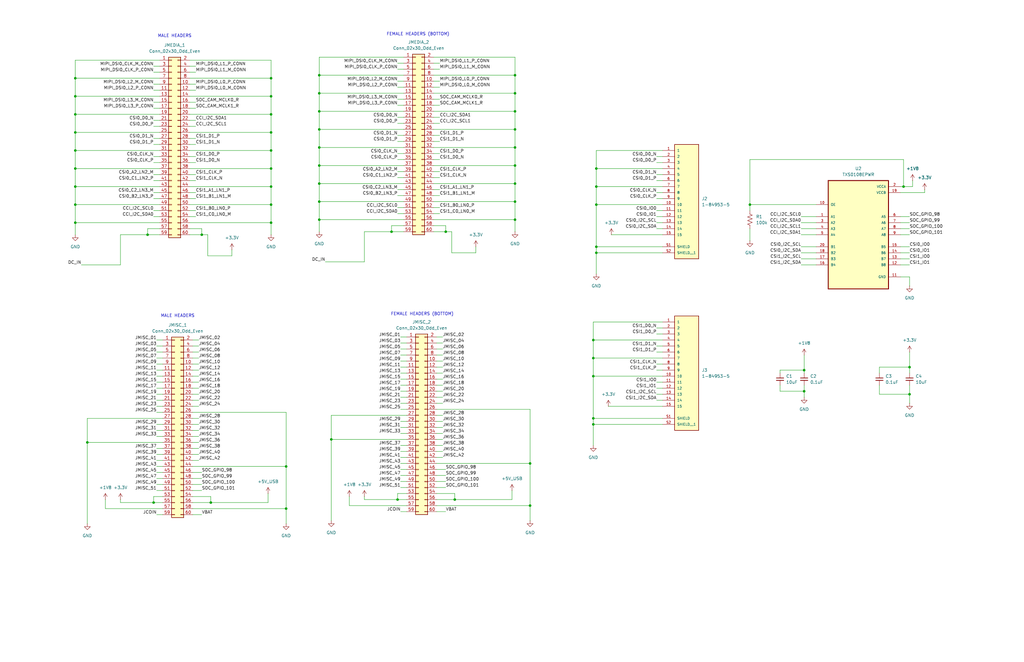
<source format=kicad_sch>
(kicad_sch (version 20250114) (generator "eeschema") (generator_version "9.0")
  (paper "B")
  (title_block (title "CAMERA BOARD FOR UNO Q") (rev "0"))
  (text "MALE HEADERS" (at 74.93 133.35 0) (effects (font (size 1.27 1.27))))
  (text "FEMALE HEADERS (BOTTOM)" (at 176.276 14.478 0) (effects (font (size 1.27 1.27))))
  (text "FEMALE HEADERS (BOTTOM)" (at 178.054 132.588 0) (effects (font (size 1.27 1.27))))
  (text "MALE HEADERS" (at 73.66 15.24 0) (effects (font (size 1.27 1.27))))
  (junction (at 339.09 165.1))
  (junction (at 223.52 213.36))
  (junction (at 217.17 54.61))
  (junction (at 217.17 31.75))
  (junction (at 134.62 92.71))
  (junction (at 31.75 78.74))
  (junction (at 217.17 62.23))
  (junction (at 120.65 196.85))
  (junction (at 250.19 158.75))
  (junction (at 134.62 46.99))
  (junction (at 114.3 71.12))
  (junction (at 31.75 71.12))
  (junction (at 114.3 86.36))
  (junction (at 31.75 40.64))
  (junction (at 134.62 39.37))
  (junction (at 134.62 85.09))
  (junction (at 217.17 46.99))
  (junction (at 31.75 63.5))
  (junction (at 251.46 86.36))
  (junction (at 31.75 48.26))
  (junction (at 31.75 33.02))
  (junction (at 250.19 143.51))
  (junction (at 31.75 55.88))
  (junction (at 64.77 212.09))
  (junction (at 250.19 179.07))
  (junction (at 114.3 48.26))
  (junction (at 114.3 78.74))
  (junction (at 251.46 71.12))
  (junction (at 250.19 176.53))
  (junction (at 217.17 85.09))
  (junction (at 191.77 210.82))
  (junction (at 134.62 31.75))
  (junction (at 187.96 97.79))
  (junction (at 120.65 214.63))
  (junction (at 139.7 185.42))
  (junction (at 316.23 86.36))
  (junction (at 88.9 212.09))
  (junction (at 250.19 151.13))
  (junction (at 165.1 97.79))
  (junction (at 223.52 195.58))
  (junction (at 381 78.74))
  (junction (at 114.3 33.02))
  (junction (at 62.23 99.06))
  (junction (at 251.46 106.68))
  (junction (at 217.17 77.47))
  (junction (at 134.62 69.85))
  (junction (at 167.64 210.82))
  (junction (at 114.3 63.5))
  (junction (at 114.3 40.64))
  (junction (at 217.17 69.85))
  (junction (at 217.17 92.71))
  (junction (at 85.09 99.06))
  (junction (at 31.75 93.98))
  (junction (at 36.83 186.69))
  (junction (at 217.17 39.37))
  (junction (at 134.62 54.61))
  (junction (at 134.62 77.47))
  (junction (at 339.09 156.21))
  (junction (at 114.3 93.98))
  (junction (at 251.46 104.14))
  (junction (at 251.46 78.74))
  (junction (at 114.3 55.88))
  (junction (at 383.54 166.37))
  (junction (at 31.75 86.36))
  (junction (at 134.62 62.23))
  (junction (at 383.54 154.94))
  (wire (pts (xy 251.46 106.68) (xy 279.4 106.68)))
  (wire (pts (xy 379.73 104.14) (xy 383.54 104.14)))
  (wire (pts (xy 139.7 185.42) (xy 139.7 219.71)))
  (wire (pts (xy 182.88 85.09) (xy 217.17 85.09)))
  (wire (pts (xy 81.28 168.91) (xy 83.82 168.91)))
  (wire (pts (xy 64.77 212.09) (xy 50.8 212.09)))
  (wire (pts (xy 182.88 69.85) (xy 217.17 69.85)))
  (wire (pts (xy 250.19 143.51) (xy 250.19 151.13)))
  (wire (pts (xy 217.17 85.09) (xy 217.17 92.71)))
  (wire (pts (xy 134.62 46.99) (xy 170.18 46.99)))
  (wire (pts (xy 114.3 25.4) (xy 114.3 33.02)))
  (wire (pts (xy 80.01 48.26) (xy 114.3 48.26)))
  (wire (pts (xy 80.01 96.52) (xy 85.09 96.52)))
  (wire (pts (xy 66.04 151.13) (xy 68.58 151.13)))
  (wire (pts (xy 168.91 172.72) (xy 171.45 172.72)))
  (wire (pts (xy 64.77 53.34) (xy 67.31 53.34)))
  (wire (pts (xy 316.23 86.36) (xy 316.23 88.9)))
  (wire (pts (xy 80.01 45.72) (xy 82.55 45.72)))
  (wire (pts (xy 31.75 63.5) (xy 67.31 63.5)))
  (wire (pts (xy 182.88 62.23) (xy 217.17 62.23)))
  (wire (pts (xy 114.3 93.98) (xy 114.3 99.06)))
  (wire (pts (xy 167.64 74.93) (xy 170.18 74.93)))
  (wire (pts (xy 250.19 179.07) (xy 279.4 179.07)))
  (wire (pts (xy 80.01 86.36) (xy 114.3 86.36)))
  (wire (pts (xy 182.88 92.71) (xy 217.17 92.71)))
  (wire (pts (xy 66.04 143.51) (xy 68.58 143.51)))
  (wire (pts (xy 184.15 187.96) (xy 186.69 187.96)))
  (wire (pts (xy 81.28 184.15) (xy 83.82 184.15)))
  (wire (pts (xy 134.62 77.47) (xy 170.18 77.47)))
  (wire (pts (xy 190.5 97.79) (xy 190.5 106.68)))
  (wire (pts (xy 66.04 168.91) (xy 68.58 168.91)))
  (wire (pts (xy 66.04 173.99) (xy 68.58 173.99)))
  (wire (pts (xy 50.8 99.06) (xy 50.8 111.76)))
  (wire (pts (xy 184.15 205.74) (xy 187.96 205.74)))
  (wire (pts (xy 80.01 83.82) (xy 82.55 83.82)))
  (wire (pts (xy 64.77 30.48) (xy 67.31 30.48)))
  (wire (pts (xy 64.77 81.28) (xy 67.31 81.28)))
  (wire (pts (xy 187.96 95.25) (xy 187.96 97.79)))
  (wire (pts (xy 34.29 111.76) (xy 50.8 111.76)))
  (wire (pts (xy 182.88 46.99) (xy 217.17 46.99)))
  (wire (pts (xy 167.64 208.28) (xy 167.64 210.82)))
  (wire (pts (xy 114.3 63.5) (xy 114.3 71.12)))
  (wire (pts (xy 251.46 104.14) (xy 251.46 106.68)))
  (wire (pts (xy 80.01 93.98) (xy 114.3 93.98)))
  (wire (pts (xy 66.04 217.17) (xy 68.58 217.17)))
  (wire (pts (xy 81.28 204.47) (xy 85.09 204.47)))
  (wire (pts (xy 66.04 201.93) (xy 68.58 201.93)))
  (wire (pts (xy 182.88 26.67) (xy 185.42 26.67)))
  (wire (pts (xy 182.88 59.69) (xy 185.42 59.69)))
  (wire (pts (xy 184.15 203.2) (xy 187.96 203.2)))
  (wire (pts (xy 383.54 154.94) (xy 383.54 157.48)))
  (wire (pts (xy 80.01 53.34) (xy 82.55 53.34)))
  (wire (pts (xy 170.18 95.25) (xy 165.1 95.25)))
  (wire (pts (xy 184.15 182.88) (xy 186.69 182.88)))
  (wire (pts (xy 167.64 44.45) (xy 170.18 44.45)))
  (wire (pts (xy 379.73 106.68) (xy 383.54 106.68)))
  (wire (pts (xy 81.28 148.59) (xy 83.82 148.59)))
  (wire (pts (xy 337.82 109.22) (xy 344.17 109.22)))
  (wire (pts (xy 168.91 187.96) (xy 171.45 187.96)))
  (wire (pts (xy 168.91 177.8) (xy 171.45 177.8)))
  (wire (pts (xy 88.9 209.55) (xy 88.9 212.09)))
  (wire (pts (xy 276.86 83.82) (xy 279.4 83.82)))
  (wire (pts (xy 184.15 170.18) (xy 186.69 170.18)))
  (wire (pts (xy 134.62 54.61) (xy 134.62 62.23)))
  (wire (pts (xy 31.75 55.88) (xy 67.31 55.88)))
  (wire (pts (xy 81.28 176.53) (xy 83.82 176.53)))
  (wire (pts (xy 153.67 97.79) (xy 153.67 110.49)))
  (wire (pts (xy 168.91 203.2) (xy 171.45 203.2)))
  (wire (pts (xy 184.15 215.9) (xy 187.96 215.9)))
  (wire (pts (xy 81.28 171.45) (xy 83.82 171.45)))
  (wire (pts (xy 184.15 147.32) (xy 186.69 147.32)))
  (wire (pts (xy 80.01 76.2) (xy 82.55 76.2)))
  (wire (pts (xy 276.86 163.83) (xy 279.4 163.83)))
  (wire (pts (xy 167.64 34.29) (xy 170.18 34.29)))
  (wire (pts (xy 31.75 78.74) (xy 67.31 78.74)))
  (wire (pts (xy 134.62 69.85) (xy 134.62 77.47)))
  (wire (pts (xy 85.09 99.06) (xy 87.63 99.06)))
  (wire (pts (xy 182.88 54.61) (xy 217.17 54.61)))
  (wire (pts (xy 64.77 66.04) (xy 67.31 66.04)))
  (wire (pts (xy 276.86 153.67) (xy 279.4 153.67)))
  (wire (pts (xy 184.15 167.64) (xy 186.69 167.64)))
  (wire (pts (xy 251.46 78.74) (xy 279.4 78.74)))
  (wire (pts (xy 134.62 54.61) (xy 170.18 54.61)))
  (wire (pts (xy 165.1 97.79) (xy 153.67 97.79)))
  (wire (pts (xy 316.23 96.52) (xy 316.23 101.6)))
  (wire (pts (xy 182.88 97.79) (xy 187.96 97.79)))
  (wire (pts (xy 36.83 176.53) (xy 36.83 186.69)))
  (wire (pts (xy 120.65 214.63) (xy 120.65 220.98)))
  (wire (pts (xy 182.88 82.55) (xy 185.42 82.55)))
  (wire (pts (xy 68.58 212.09) (xy 64.77 212.09)))
  (wire (pts (xy 170.18 97.79) (xy 165.1 97.79)))
  (wire (pts (xy 64.77 76.2) (xy 67.31 76.2)))
  (wire (pts (xy 114.3 86.36) (xy 114.3 93.98)))
  (wire (pts (xy 31.75 33.02) (xy 31.75 40.64)))
  (wire (pts (xy 339.09 165.1) (xy 339.09 167.64)))
  (wire (pts (xy 80.01 38.1) (xy 82.55 38.1)))
  (wire (pts (xy 134.62 85.09) (xy 134.62 92.71)))
  (wire (pts (xy 184.15 190.5) (xy 186.69 190.5)))
  (wire (pts (xy 250.19 176.53) (xy 279.4 176.53)))
  (wire (pts (xy 217.17 92.71) (xy 217.17 97.79)))
  (wire (pts (xy 223.52 195.58) (xy 223.52 213.36)))
  (wire (pts (xy 217.17 31.75) (xy 217.17 39.37)))
  (wire (pts (xy 167.64 82.55) (xy 170.18 82.55)))
  (wire (pts (xy 168.91 167.64) (xy 171.45 167.64)))
  (wire (pts (xy 184.15 185.42) (xy 186.69 185.42)))
  (wire (pts (xy 250.19 158.75) (xy 279.4 158.75)))
  (wire (pts (xy 337.82 106.68) (xy 344.17 106.68)))
  (wire (pts (xy 134.62 31.75) (xy 134.62 39.37)))
  (wire (pts (xy 276.86 166.37) (xy 279.4 166.37)))
  (wire (pts (xy 182.88 36.83) (xy 185.42 36.83)))
  (wire (pts (xy 167.64 80.01) (xy 170.18 80.01)))
  (wire (pts (xy 31.75 71.12) (xy 67.31 71.12)))
  (wire (pts (xy 31.75 78.74) (xy 31.75 86.36)))
  (wire (pts (xy 81.28 209.55) (xy 88.9 209.55)))
  (wire (pts (xy 134.62 46.99) (xy 134.62 54.61)))
  (wire (pts (xy 182.88 41.91) (xy 185.42 41.91)))
  (wire (pts (xy 120.65 173.99) (xy 120.65 196.85)))
  (wire (pts (xy 31.75 63.5) (xy 31.75 71.12)))
  (wire (pts (xy 167.64 67.31) (xy 170.18 67.31)))
  (wire (pts (xy 44.45 214.63) (xy 44.45 210.82)))
  (wire (pts (xy 168.91 193.04) (xy 171.45 193.04)))
  (wire (pts (xy 147.32 213.36) (xy 147.32 209.55)))
  (wire (pts (xy 134.62 77.47) (xy 134.62 85.09)))
  (wire (pts (xy 316.23 86.36) (xy 344.17 86.36)))
  (wire (pts (xy 80.01 66.04) (xy 82.55 66.04)))
  (wire (pts (xy 339.09 156.21) (xy 328.93 156.21)))
  (wire (pts (xy 64.77 27.94) (xy 67.31 27.94)))
  (wire (pts (xy 64.77 50.8) (xy 67.31 50.8)))
  (wire (pts (xy 66.04 207.01) (xy 68.58 207.01)))
  (wire (pts (xy 276.86 146.05) (xy 279.4 146.05)))
  (wire (pts (xy 276.86 81.28) (xy 279.4 81.28)))
  (wire (pts (xy 81.28 191.77) (xy 83.82 191.77)))
  (wire (pts (xy 251.46 86.36) (xy 279.4 86.36)))
  (wire (pts (xy 337.82 96.52) (xy 344.17 96.52)))
  (wire (pts (xy 187.96 97.79) (xy 190.5 97.79)))
  (wire (pts (xy 370.84 162.56) (xy 370.84 166.37)))
  (wire (pts (xy 184.15 180.34) (xy 186.69 180.34)))
  (wire (pts (xy 167.64 29.21) (xy 170.18 29.21)))
  (wire (pts (xy 184.15 157.48) (xy 186.69 157.48)))
  (wire (pts (xy 250.19 158.75) (xy 250.19 176.53)))
  (wire (pts (xy 316.23 86.36) (xy 316.23 67.31)))
  (wire (pts (xy 171.45 175.26) (xy 139.7 175.26)))
  (wire (pts (xy 383.54 148.59) (xy 383.54 154.94)))
  (wire (pts (xy 168.91 160.02) (xy 171.45 160.02)))
  (wire (pts (xy 182.88 67.31) (xy 185.42 67.31)))
  (wire (pts (xy 64.77 45.72) (xy 67.31 45.72)))
  (wire (pts (xy 31.75 40.64) (xy 31.75 48.26)))
  (wire (pts (xy 31.75 55.88) (xy 31.75 63.5)))
  (wire (pts (xy 87.63 99.06) (xy 87.63 107.95)))
  (wire (pts (xy 276.86 140.97) (xy 279.4 140.97)))
  (wire (pts (xy 80.01 78.74) (xy 114.3 78.74)))
  (wire (pts (xy 184.15 213.36) (xy 223.52 213.36)))
  (wire (pts (xy 276.86 168.91) (xy 279.4 168.91)))
  (wire (pts (xy 370.84 166.37) (xy 383.54 166.37)))
  (wire (pts (xy 64.77 60.96) (xy 67.31 60.96)))
  (wire (pts (xy 81.28 158.75) (xy 83.82 158.75)))
  (wire (pts (xy 62.23 96.52) (xy 62.23 99.06)))
  (wire (pts (xy 64.77 73.66) (xy 67.31 73.66)))
  (wire (pts (xy 182.88 72.39) (xy 185.42 72.39)))
  (wire (pts (xy 44.45 214.63) (xy 68.58 214.63)))
  (wire (pts (xy 66.04 163.83) (xy 68.58 163.83)))
  (wire (pts (xy 168.91 162.56) (xy 171.45 162.56)))
  (wire (pts (xy 80.01 73.66) (xy 82.55 73.66)))
  (wire (pts (xy 80.01 91.44) (xy 82.55 91.44)))
  (wire (pts (xy 147.32 213.36) (xy 171.45 213.36)))
  (wire (pts (xy 168.91 215.9) (xy 171.45 215.9)))
  (wire (pts (xy 134.62 92.71) (xy 170.18 92.71)))
  (wire (pts (xy 168.91 142.24) (xy 171.45 142.24)))
  (wire (pts (xy 276.86 88.9) (xy 279.4 88.9)))
  (wire (pts (xy 97.79 107.95) (xy 97.79 105.41)))
  (wire (pts (xy 379.73 99.06) (xy 383.54 99.06)))
  (wire (pts (xy 66.04 161.29) (xy 68.58 161.29)))
  (wire (pts (xy 184.15 208.28) (xy 191.77 208.28)))
  (wire (pts (xy 81.28 199.39) (xy 85.09 199.39)))
  (wire (pts (xy 80.01 68.58) (xy 82.55 68.58)))
  (wire (pts (xy 114.3 55.88) (xy 114.3 63.5)))
  (wire (pts (xy 66.04 181.61) (xy 68.58 181.61)))
  (wire (pts (xy 66.04 148.59) (xy 68.58 148.59)))
  (wire (pts (xy 81.28 161.29) (xy 83.82 161.29)))
  (wire (pts (xy 328.93 162.56) (xy 328.93 165.1)))
  (wire (pts (xy 182.88 95.25) (xy 187.96 95.25)))
  (wire (pts (xy 134.62 39.37) (xy 134.62 46.99)))
  (wire (pts (xy 184.15 177.8) (xy 186.69 177.8)))
  (wire (pts (xy 88.9 212.09) (xy 113.03 212.09)))
  (wire (pts (xy 182.88 29.21) (xy 185.42 29.21)))
  (wire (pts (xy 120.65 196.85) (xy 120.65 214.63)))
  (wire (pts (xy 184.15 193.04) (xy 186.69 193.04)))
  (wire (pts (xy 81.28 196.85) (xy 120.65 196.85)))
  (wire (pts (xy 184.15 162.56) (xy 186.69 162.56)))
  (wire (pts (xy 339.09 149.86) (xy 339.09 156.21)))
  (wire (pts (xy 184.15 144.78) (xy 186.69 144.78)))
  (wire (pts (xy 191.77 210.82) (xy 215.9 210.82)))
  (wire (pts (xy 167.64 59.69) (xy 170.18 59.69)))
  (wire (pts (xy 250.19 143.51) (xy 279.4 143.51)))
  (wire (pts (xy 217.17 46.99) (xy 217.17 54.61)))
  (wire (pts (xy 171.45 208.28) (xy 167.64 208.28)))
  (wire (pts (xy 379.73 93.98) (xy 383.54 93.98)))
  (wire (pts (xy 31.75 33.02) (xy 67.31 33.02)))
  (wire (pts (xy 168.91 170.18) (xy 171.45 170.18)))
  (wire (pts (xy 80.01 25.4) (xy 114.3 25.4)))
  (wire (pts (xy 370.84 157.48) (xy 370.84 154.94)))
  (wire (pts (xy 31.75 86.36) (xy 67.31 86.36)))
  (wire (pts (xy 81.28 156.21) (xy 83.82 156.21)))
  (wire (pts (xy 66.04 194.31) (xy 68.58 194.31)))
  (wire (pts (xy 171.45 210.82) (xy 167.64 210.82)))
  (wire (pts (xy 250.19 151.13) (xy 279.4 151.13)))
  (wire (pts (xy 67.31 25.4) (xy 31.75 25.4)))
  (wire (pts (xy 379.73 91.44) (xy 383.54 91.44)))
  (wire (pts (xy 276.86 161.29) (xy 279.4 161.29)))
  (wire (pts (xy 67.31 99.06) (xy 62.23 99.06)))
  (wire (pts (xy 134.62 85.09) (xy 170.18 85.09)))
  (wire (pts (xy 113.03 212.09) (xy 113.03 208.28)))
  (wire (pts (xy 167.64 87.63) (xy 170.18 87.63)))
  (wire (pts (xy 251.46 86.36) (xy 251.46 104.14)))
  (wire (pts (xy 81.28 189.23) (xy 83.82 189.23)))
  (wire (pts (xy 217.17 62.23) (xy 217.17 69.85)))
  (wire (pts (xy 167.64 52.07) (xy 170.18 52.07)))
  (wire (pts (xy 379.73 111.76) (xy 383.54 111.76)))
  (wire (pts (xy 167.64 210.82) (xy 153.67 210.82)))
  (wire (pts (xy 276.86 66.04) (xy 279.4 66.04)))
  (wire (pts (xy 217.17 39.37) (xy 217.17 46.99)))
  (wire (pts (xy 184.15 200.66) (xy 187.96 200.66)))
  (wire (pts (xy 250.19 151.13) (xy 250.19 158.75)))
  (wire (pts (xy 339.09 162.56) (xy 339.09 165.1)))
  (wire (pts (xy 81.28 212.09) (xy 88.9 212.09)))
  (wire (pts (xy 182.88 80.01) (xy 185.42 80.01)))
  (wire (pts (xy 184.15 210.82) (xy 191.77 210.82)))
  (wire (pts (xy 379.73 96.52) (xy 383.54 96.52)))
  (wire (pts (xy 168.91 154.94) (xy 171.45 154.94)))
  (wire (pts (xy 383.54 166.37) (xy 383.54 170.18)))
  (wire (pts (xy 80.01 30.48) (xy 82.55 30.48)))
  (wire (pts (xy 64.77 83.82) (xy 67.31 83.82)))
  (wire (pts (xy 182.88 77.47) (xy 217.17 77.47)))
  (wire (pts (xy 81.28 166.37) (xy 83.82 166.37)))
  (wire (pts (xy 381 67.31) (xy 381 78.74)))
  (wire (pts (xy 337.82 93.98) (xy 344.17 93.98)))
  (wire (pts (xy 251.46 71.12) (xy 279.4 71.12)))
  (wire (pts (xy 80.01 50.8) (xy 82.55 50.8)))
  (wire (pts (xy 276.86 156.21) (xy 279.4 156.21)))
  (wire (pts (xy 184.15 195.58) (xy 223.52 195.58)))
  (wire (pts (xy 31.75 86.36) (xy 31.75 93.98)))
  (wire (pts (xy 184.15 149.86) (xy 186.69 149.86)))
  (wire (pts (xy 184.15 172.72) (xy 223.52 172.72)))
  (wire (pts (xy 215.9 210.82) (xy 215.9 207.01)))
  (wire (pts (xy 167.64 90.17) (xy 170.18 90.17)))
  (wire (pts (xy 81.28 214.63) (xy 120.65 214.63)))
  (wire (pts (xy 167.64 26.67) (xy 170.18 26.67)))
  (wire (pts (xy 66.04 153.67) (xy 68.58 153.67)))
  (wire (pts (xy 182.88 44.45) (xy 185.42 44.45)))
  (wire (pts (xy 139.7 185.42) (xy 171.45 185.42)))
  (wire (pts (xy 64.77 91.44) (xy 67.31 91.44)))
  (wire (pts (xy 168.91 180.34) (xy 171.45 180.34)))
  (wire (pts (xy 168.91 144.78) (xy 171.45 144.78)))
  (wire (pts (xy 276.86 76.2) (xy 279.4 76.2)))
  (wire (pts (xy 167.64 36.83) (xy 170.18 36.83)))
  (wire (pts (xy 36.83 186.69) (xy 68.58 186.69)))
  (wire (pts (xy 251.46 63.5) (xy 251.46 71.12)))
  (wire (pts (xy 182.88 74.93) (xy 185.42 74.93)))
  (wire (pts (xy 31.75 48.26) (xy 67.31 48.26)))
  (wire (pts (xy 64.77 209.55) (xy 64.77 212.09)))
  (wire (pts (xy 81.28 179.07) (xy 83.82 179.07)))
  (wire (pts (xy 182.88 87.63) (xy 185.42 87.63)))
  (wire (pts (xy 167.64 57.15) (xy 170.18 57.15)))
  (wire (pts (xy 81.28 151.13) (xy 83.82 151.13)))
  (wire (pts (xy 168.91 200.66) (xy 171.45 200.66)))
  (wire (pts (xy 328.93 156.21) (xy 328.93 157.48)))
  (wire (pts (xy 337.82 99.06) (xy 344.17 99.06)))
  (wire (pts (xy 81.28 173.99) (xy 120.65 173.99)))
  (wire (pts (xy 168.91 149.86) (xy 171.45 149.86)))
  (wire (pts (xy 66.04 171.45) (xy 68.58 171.45)))
  (wire (pts (xy 81.28 201.93) (xy 85.09 201.93)))
  (wire (pts (xy 256.54 171.45) (xy 279.4 171.45)))
  (wire (pts (xy 184.15 152.4) (xy 186.69 152.4)))
  (wire (pts (xy 168.91 165.1) (xy 171.45 165.1)))
  (wire (pts (xy 182.88 39.37) (xy 217.17 39.37)))
  (wire (pts (xy 134.62 24.13) (xy 134.62 31.75)))
  (wire (pts (xy 31.75 25.4) (xy 31.75 33.02)))
  (wire (pts (xy 168.91 205.74) (xy 171.45 205.74)))
  (wire (pts (xy 184.15 165.1) (xy 186.69 165.1)))
  (wire (pts (xy 250.19 135.89) (xy 250.19 143.51)))
  (wire (pts (xy 80.01 33.02) (xy 114.3 33.02)))
  (wire (pts (xy 81.28 207.01) (xy 85.09 207.01)))
  (wire (pts (xy 182.88 49.53) (xy 185.42 49.53)))
  (wire (pts (xy 67.31 96.52) (xy 62.23 96.52)))
  (wire (pts (xy 134.62 62.23) (xy 170.18 62.23)))
  (wire (pts (xy 80.01 43.18) (xy 82.55 43.18)))
  (wire (pts (xy 182.88 57.15) (xy 185.42 57.15)))
  (wire (pts (xy 168.91 157.48) (xy 171.45 157.48)))
  (wire (pts (xy 370.84 154.94) (xy 383.54 154.94)))
  (wire (pts (xy 66.04 196.85) (xy 68.58 196.85)))
  (wire (pts (xy 64.77 88.9) (xy 67.31 88.9)))
  (wire (pts (xy 66.04 189.23) (xy 68.58 189.23)))
  (wire (pts (xy 81.28 153.67) (xy 83.82 153.67)))
  (wire (pts (xy 182.88 64.77) (xy 185.42 64.77)))
  (wire (pts (xy 81.28 146.05) (xy 83.82 146.05)))
  (wire (pts (xy 80.01 58.42) (xy 82.55 58.42)))
  (wire (pts (xy 62.23 99.06) (xy 50.8 99.06)))
  (wire (pts (xy 80.01 63.5) (xy 114.3 63.5)))
  (wire (pts (xy 167.64 72.39) (xy 170.18 72.39)))
  (wire (pts (xy 276.86 96.52) (xy 279.4 96.52)))
  (wire (pts (xy 276.86 68.58) (xy 279.4 68.58)))
  (wire (pts (xy 165.1 95.25) (xy 165.1 97.79)))
  (wire (pts (xy 217.17 24.13) (xy 217.17 31.75)))
  (wire (pts (xy 66.04 199.39) (xy 68.58 199.39)))
  (wire (pts (xy 66.04 204.47) (xy 68.58 204.47)))
  (wire (pts (xy 66.04 179.07) (xy 68.58 179.07)))
  (wire (pts (xy 64.77 38.1) (xy 67.31 38.1)))
  (wire (pts (xy 80.01 81.28) (xy 82.55 81.28)))
  (wire (pts (xy 250.19 176.53) (xy 250.19 179.07)))
  (wire (pts (xy 64.77 68.58) (xy 67.31 68.58)))
  (wire (pts (xy 139.7 175.26) (xy 139.7 185.42)))
  (wire (pts (xy 223.52 213.36) (xy 223.52 219.71)))
  (wire (pts (xy 379.73 78.74) (xy 381 78.74)))
  (wire (pts (xy 31.75 71.12) (xy 31.75 78.74)))
  (wire (pts (xy 66.04 184.15) (xy 68.58 184.15)))
  (wire (pts (xy 81.28 194.31) (xy 83.82 194.31)))
  (wire (pts (xy 182.88 90.17) (xy 185.42 90.17)))
  (wire (pts (xy 182.88 31.75) (xy 217.17 31.75)))
  (wire (pts (xy 217.17 77.47) (xy 217.17 85.09)))
  (wire (pts (xy 87.63 107.95) (xy 97.79 107.95)))
  (wire (pts (xy 64.77 43.18) (xy 67.31 43.18)))
  (wire (pts (xy 168.91 152.4) (xy 171.45 152.4)))
  (wire (pts (xy 168.91 195.58) (xy 171.45 195.58)))
  (wire (pts (xy 80.01 55.88) (xy 114.3 55.88)))
  (wire (pts (xy 134.62 69.85) (xy 170.18 69.85)))
  (wire (pts (xy 81.28 181.61) (xy 83.82 181.61)))
  (wire (pts (xy 276.86 148.59) (xy 279.4 148.59)))
  (wire (pts (xy 66.04 166.37) (xy 68.58 166.37)))
  (wire (pts (xy 276.86 138.43) (xy 279.4 138.43)))
  (wire (pts (xy 383.54 162.56) (xy 383.54 166.37)))
  (wire (pts (xy 36.83 186.69) (xy 36.83 220.98)))
  (wire (pts (xy 168.91 182.88) (xy 171.45 182.88)))
  (wire (pts (xy 114.3 48.26) (xy 114.3 55.88)))
  (wire (pts (xy 81.28 186.69) (xy 83.82 186.69)))
  (wire (pts (xy 279.4 63.5) (xy 251.46 63.5)))
  (wire (pts (xy 191.77 208.28) (xy 191.77 210.82)))
  (wire (pts (xy 64.77 35.56) (xy 67.31 35.56)))
  (wire (pts (xy 251.46 104.14) (xy 279.4 104.14)))
  (wire (pts (xy 184.15 142.24) (xy 186.69 142.24)))
  (wire (pts (xy 250.19 179.07) (xy 250.19 187.96)))
  (wire (pts (xy 153.67 209.55) (xy 153.67 210.82)))
  (wire (pts (xy 31.75 93.98) (xy 67.31 93.98)))
  (wire (pts (xy 114.3 78.74) (xy 114.3 86.36)))
  (wire (pts (xy 134.62 31.75) (xy 170.18 31.75)))
  (wire (pts (xy 182.88 34.29) (xy 185.42 34.29)))
  (wire (pts (xy 251.46 71.12) (xy 251.46 78.74)))
  (wire (pts (xy 217.17 69.85) (xy 217.17 77.47)))
  (wire (pts (xy 80.01 35.56) (xy 82.55 35.56)))
  (wire (pts (xy 167.64 41.91) (xy 170.18 41.91)))
  (wire (pts (xy 337.82 104.14) (xy 344.17 104.14)))
  (wire (pts (xy 80.01 60.96) (xy 82.55 60.96)))
  (wire (pts (xy 276.86 73.66) (xy 279.4 73.66)))
  (wire (pts (xy 339.09 156.21) (xy 339.09 157.48)))
  (wire (pts (xy 182.88 52.07) (xy 185.42 52.07)))
  (wire (pts (xy 68.58 176.53) (xy 36.83 176.53)))
  (wire (pts (xy 114.3 40.64) (xy 114.3 48.26)))
  (wire (pts (xy 66.04 158.75) (xy 68.58 158.75)))
  (wire (pts (xy 80.01 40.64) (xy 114.3 40.64)))
  (wire (pts (xy 276.86 93.98) (xy 279.4 93.98)))
  (wire (pts (xy 251.46 78.74) (xy 251.46 86.36)))
  (wire (pts (xy 167.64 64.77) (xy 170.18 64.77)))
  (wire (pts (xy 389.89 81.28) (xy 389.89 80.01)))
  (wire (pts (xy 200.66 106.68) (xy 200.66 104.14)))
  (wire (pts (xy 337.82 91.44) (xy 344.17 91.44)))
  (wire (pts (xy 81.28 143.51) (xy 83.82 143.51)))
  (wire (pts (xy 279.4 135.89) (xy 250.19 135.89)))
  (wire (pts (xy 170.18 24.13) (xy 134.62 24.13)))
  (wire (pts (xy 316.23 67.31) (xy 381 67.31)))
  (wire (pts (xy 68.58 209.55) (xy 64.77 209.55)))
  (wire (pts (xy 66.04 156.21) (xy 68.58 156.21)))
  (wire (pts (xy 31.75 40.64) (xy 67.31 40.64)))
  (wire (pts (xy 184.15 154.94) (xy 186.69 154.94)))
  (wire (pts (xy 66.04 146.05) (xy 68.58 146.05)))
  (wire (pts (xy 184.15 198.12) (xy 187.96 198.12)))
  (wire (pts (xy 184.15 160.02) (xy 186.69 160.02)))
  (wire (pts (xy 328.93 165.1) (xy 339.09 165.1)))
  (wire (pts (xy 217.17 54.61) (xy 217.17 62.23)))
  (wire (pts (xy 80.01 27.94) (xy 82.55 27.94)))
  (wire (pts (xy 379.73 81.28) (xy 389.89 81.28)))
  (wire (pts (xy 114.3 71.12) (xy 114.3 78.74)))
  (wire (pts (xy 80.01 99.06) (xy 85.09 99.06)))
  (wire (pts (xy 168.91 198.12) (xy 171.45 198.12)))
  (wire (pts (xy 50.8 210.82) (xy 50.8 212.09)))
  (wire (pts (xy 379.73 109.22) (xy 383.54 109.22)))
  (wire (pts (xy 66.04 191.77) (xy 68.58 191.77)))
  (wire (pts (xy 80.01 71.12) (xy 114.3 71.12)))
  (wire (pts (xy 168.91 190.5) (xy 171.45 190.5)))
  (wire (pts (xy 168.91 147.32) (xy 171.45 147.32)))
  (wire (pts (xy 381 78.74) (xy 384.81 78.74)))
  (wire (pts (xy 251.46 106.68) (xy 251.46 115.57)))
  (wire (pts (xy 114.3 33.02) (xy 114.3 40.64)))
  (wire (pts (xy 31.75 93.98) (xy 31.75 99.06)))
  (wire (pts (xy 134.62 39.37) (xy 170.18 39.37)))
  (wire (pts (xy 85.09 96.52) (xy 85.09 99.06)))
  (wire (pts (xy 81.28 163.83) (xy 83.82 163.83)))
  (wire (pts (xy 223.52 172.72) (xy 223.52 195.58)))
  (wire (pts (xy 81.28 217.17) (xy 85.09 217.17)))
  (wire (pts (xy 134.62 62.23) (xy 134.62 69.85)))
  (wire (pts (xy 257.81 99.06) (xy 279.4 99.06)))
  (wire (pts (xy 167.64 49.53) (xy 170.18 49.53)))
  (wire (pts (xy 190.5 106.68) (xy 200.66 106.68)))
  (wire (pts (xy 384.81 78.74) (xy 384.81 76.2)))
  (wire (pts (xy 31.75 48.26) (xy 31.75 55.88)))
  (wire (pts (xy 64.77 58.42) (xy 67.31 58.42)))
  (wire (pts (xy 337.82 111.76) (xy 344.17 111.76)))
  (wire (pts (xy 276.86 91.44) (xy 279.4 91.44)))
  (wire (pts (xy 383.54 116.84) (xy 383.54 120.65)))
  (wire (pts (xy 134.62 92.71) (xy 134.62 97.79)))
  (wire (pts (xy 137.16 110.49) (xy 153.67 110.49)))
  (wire (pts (xy 80.01 88.9) (xy 82.55 88.9)))
  (wire (pts (xy 182.88 24.13) (xy 217.17 24.13)))
  (wire (pts (xy 184.15 175.26) (xy 186.69 175.26)))
  (wire (pts (xy 379.73 116.84) (xy 383.54 116.84)))
  (label "CSI0_A2_LN2_M" (at 167.64 72.39 180))
  (label "MIPI_DSI0_L2_M_CONN" (at 64.77 35.56 180))
  (label "JMISC_10" (at 186.69 152.4 0))
  (label "CSI0_D0_P" (at 167.64 52.07 180))
  (label "JMISC_33" (at 168.91 182.88 180))
  (label "JMISC_39" (at 168.91 190.5 180))
  (label "JMISC_02" (at 186.69 142.24 0))
  (label "JMISC_06" (at 83.82 148.59 0))
  (label "JMISC_30" (at 83.82 179.07 0))
  (label "CCI_I2C_SDA1" (at 82.55 50.8 0))
  (label "DC_IN" (at 137.16 110.49 180))
  (label "CSI1_CLK_N" (at 276.86 153.67 180))
  (label "JMISC_36" (at 186.69 185.42 0))
  (label "SOC_GPIO_99" (at 383.54 93.98 0))
  (label "JMISC_19" (at 66.04 166.37 180))
  (label "JMISC_47" (at 66.04 201.93 180))
  (label "JMISC_18" (at 83.82 163.83 0))
  (label "MIPI_DSI0_L1_P_CONN" (at 185.42 26.67 0))
  (label "CSI1_C0_LN0_M" (at 82.55 91.44 0))
  (label "JMISC_05" (at 168.91 147.32 180))
  (label "JMISC_16" (at 83.82 161.29 0))
  (label "JMISC_49" (at 168.91 203.2 180))
  (label "CSI0_D1_N" (at 167.64 57.15 180))
  (label "MIPI_DSI0_L0_P_CONN" (at 185.42 34.29 0))
  (label "CCI_I2C_SDA1" (at 185.42 49.53 0))
  (label "JMISC_15" (at 168.91 160.02 180))
  (label "MIPI_DSI0_L3_P_CONN" (at 167.64 44.45 180))
  (label "JMISC_21" (at 66.04 168.91 180))
  (label "JMISC_12" (at 83.82 156.21 0))
  (label "JMISC_37" (at 66.04 189.23 180))
  (label "DC_IN" (at 34.29 111.76 180))
  (label "CSI0_I2C_SCL" (at 337.82 104.14 180))
  (label "JMISC_19" (at 168.91 165.1 180))
  (label "CSI0_A2_LN2_M" (at 64.77 73.66 180))
  (label "CSI1_IO0" (at 276.86 161.29 180))
  (label "JMISC_29" (at 168.91 177.8 180))
  (label "MIPI_DSI0_L1_P_CONN" (at 82.55 27.94 0))
  (label "CSI0_C1_LN2_P" (at 64.77 76.2 180))
  (label "SOC_GPIO_101" (at 85.09 207.01 0))
  (label "JMISC_41" (at 66.04 194.31 180))
  (label "JMISC_34" (at 83.82 184.15 0))
  (label "SOC_GPIO_98" (at 187.96 198.12 0))
  (label "CSI1_CLK_P" (at 276.86 156.21 180))
  (label "CSI1_D0_N" (at 82.55 68.58 0))
  (label "JMISC_28" (at 186.69 175.26 0))
  (label "JMISC_41" (at 168.91 193.04 180))
  (label "JMISC_11" (at 168.91 154.94 180))
  (label "CSI0_I2C_SCL" (at 276.86 93.98 180))
  (label "CSI1_D0_P" (at 276.86 140.97 180))
  (label "JMISC_38" (at 186.69 187.96 0))
  (label "CSI1_I2C_SCL" (at 276.86 166.37 180))
  (label "CSI0_CLK_N" (at 276.86 81.28 180))
  (label "CCI_I2C_SCL1" (at 337.82 96.52 180))
  (label "CSI0_CLK_N" (at 64.77 66.04 180))
  (label "CSI0_D1_P" (at 167.64 59.69 180))
  (label "CSI0_D1_P" (at 276.86 76.2 180))
  (label "JMISC_15" (at 66.04 161.29 180))
  (label "CSI0_IO1" (at 383.54 106.68 0))
  (label "JMISC_14" (at 186.69 157.48 0))
  (label "SOC_GPIO_98" (at 383.54 91.44 0))
  (label "JMISC_25" (at 168.91 172.72 180))
  (label "SOC_GPIO_100" (at 85.09 204.47 0))
  (label "CSI1_CLK_N" (at 185.42 74.93 0))
  (label "CSI1_B1_LN1_M" (at 82.55 83.82 0))
  (label "MIPI_DSI0_L2_P_CONN" (at 167.64 36.83 180))
  (label "CCI_I2C_SDA0" (at 337.82 93.98 180))
  (label "CSI1_B1_LN1_M" (at 185.42 82.55 0))
  (label "JMISC_42" (at 186.69 193.04 0))
  (label "JMISC_22" (at 83.82 168.91 0))
  (label "CSI1_A1_LN1_P" (at 82.55 81.28 0))
  (label "CSI0_I2C_SDA" (at 337.82 106.68 180))
  (label "SOC_GPIO_100" (at 187.96 203.2 0))
  (label "JMISC_17" (at 168.91 162.56 180))
  (label "VBAT" (at 187.96 215.9 0))
  (label "SOC_GPIO_101" (at 383.54 99.06 0))
  (label "CCI_I2C_SCL0" (at 167.64 87.63 180))
  (label "JMISC_32" (at 83.82 181.61 0))
  (label "CSI0_D1_N" (at 276.86 73.66 180))
  (label "CSI1_D0_N" (at 276.86 138.43 180))
  (label "JMISC_03" (at 168.91 144.78 180))
  (label "JMISC_18" (at 186.69 162.56 0))
  (label "JMISC_07" (at 168.91 149.86 180))
  (label "JMISC_28" (at 83.82 176.53 0))
  (label "CSI1_IO1" (at 276.86 163.83 180))
  (label "JMISC_21" (at 168.91 167.64 180))
  (label "CCI_I2C_SCL1" (at 185.42 52.07 0))
  (label "CSI0_CLK_P" (at 167.64 67.31 180))
  (label "JMISC_05" (at 66.04 148.59 180))
  (label "CSI0_D1_N" (at 64.77 58.42 180))
  (label "JMISC_25" (at 66.04 173.99 180))
  (label "SOC_CAM_MCLK1_R" (at 82.55 45.72 0))
  (label "CSI0_B2_LN3_P" (at 167.64 82.55 180))
  (label "SOC_CAM_MCLK0_R" (at 185.42 41.91 0))
  (label "JMISC_39" (at 66.04 191.77 180))
  (label "JMISC_14" (at 83.82 158.75 0))
  (label "CSI1_D1_P" (at 185.42 57.15 0))
  (label "CSI0_D1_P" (at 64.77 60.96 180))
  (label "JMISC_38" (at 83.82 189.23 0))
  (label "SOC_GPIO_98" (at 85.09 199.39 0))
  (label "JMISC_31" (at 168.91 180.34 180))
  (label "SOC_GPIO_101" (at 187.96 205.74 0))
  (label "MIPI_DSI0_L1_M_CONN" (at 185.42 29.21 0))
  (label "JMISC_33" (at 66.04 184.15 180))
  (label "MIPI_DSI0_L0_M_CONN" (at 185.42 36.83 0))
  (label "JMISC_31" (at 66.04 181.61 180))
  (label "CSI1_D0_N" (at 185.42 67.31 0))
  (label "JMISC_42" (at 83.82 194.31 0))
  (label "CSI0_D0_P" (at 64.77 53.34 180))
  (label "CCI_I2C_SDA0" (at 167.64 90.17 180))
  (label "MIPI_DSI0_L1_M_CONN" (at 82.55 30.48 0))
  (label "CSI0_D0_N" (at 276.86 66.04 180))
  (label "JMISC_09" (at 66.04 153.67 180))
  (label "CSI0_IO0" (at 383.54 104.14 0))
  (label "JMISC_40" (at 83.82 191.77 0))
  (label "VBAT" (at 85.09 217.17 0))
  (label "CSI1_IO1" (at 383.54 111.76 0))
  (label "CSI1_I2C_SCL" (at 337.82 109.22 180))
  (label "CSI1_D0_P" (at 82.55 66.04 0))
  (label "SOC_GPIO_99" (at 85.09 201.93 0))
  (label "JMISC_45" (at 66.04 199.39 180))
  (label "MIPI_DSI0_CLK_M_CONN" (at 167.64 26.67 180))
  (label "JMISC_20" (at 83.82 166.37 0))
  (label "JMISC_40" (at 186.69 190.5 0))
  (label "JMISC_16" (at 186.69 160.02 0))
  (label "CSI1_D1_N" (at 185.42 59.69 0))
  (label "CCI_I2C_SDA0" (at 64.77 91.44 180))
  (label "MIPI_DSI0_L2_P_CONN" (at 64.77 38.1 180))
  (label "JMISC_20" (at 186.69 165.1 0))
  (label "JMISC_45" (at 168.91 198.12 180))
  (label "CSI1_B0_LN0_P" (at 185.42 87.63 0))
  (label "JMISC_43" (at 66.04 196.85 180))
  (label "CSI1_CLK_N" (at 82.55 76.2 0))
  (label "JMISC_13" (at 168.91 157.48 180))
  (label "CCI_I2C_SCL0" (at 337.82 91.44 180))
  (label "MIPI_DSI0_L3_P_CONN" (at 64.77 45.72 180))
  (label "MIPI_DSI0_L3_M_CONN" (at 64.77 43.18 180))
  (label "CSI0_CLK_N" (at 167.64 64.77 180))
  (label "CSI1_D1_N" (at 82.55 60.96 0))
  (label "JMISC_06" (at 186.69 147.32 0))
  (label "CCI_I2C_SCL1" (at 82.55 53.34 0))
  (label "CSI1_B0_LN0_P" (at 82.55 88.9 0))
  (label "JMISC_08" (at 186.69 149.86 0))
  (label "CSI1_D1_P" (at 82.55 58.42 0))
  (label "SOC_CAM_MCLK1_R" (at 185.42 44.45 0))
  (label "JMISC_29" (at 66.04 179.07 180))
  (label "SOC_CAM_MCLK0_R" (at 82.55 43.18 0))
  (label "MIPI_DSI0_L0_P_CONN" (at 82.55 35.56 0))
  (label "MIPI_DSI0_L0_M_CONN" (at 82.55 38.1 0))
  (label "MIPI_DSI0_CLK_P_CONN" (at 64.77 30.48 180))
  (label "CSI1_I2C_SDA" (at 337.82 111.76 180))
  (label "MIPI_DSI0_CLK_M_CONN" (at 64.77 27.94 180))
  (label "JMISC_51" (at 168.91 205.74 180))
  (label "JMISC_37" (at 168.91 187.96 180))
  (label "SOC_GPIO_99" (at 187.96 200.66 0))
  (label "JMISC_49" (at 66.04 204.47 180))
  (label "SOC_GPIO_100" (at 383.54 96.52 0))
  (label "JMISC_08" (at 83.82 151.13 0))
  (label "MIPI_DSI0_L2_M_CONN" (at 167.64 34.29 180))
  (label "CSI0_IO1" (at 276.86 91.44 180))
  (label "JCOIN" (at 66.04 217.17 180))
  (label "JMISC_22" (at 186.69 167.64 0))
  (label "JMISC_02" (at 83.82 143.51 0))
  (label "JMISC_07" (at 66.04 151.13 180))
  (label "CSI0_C1_LN2_P" (at 167.64 74.93 180))
  (label "CSI0_D0_N" (at 64.77 50.8 180))
  (label "CSI1_D1_N" (at 276.86 146.05 180))
  (label "JMISC_51" (at 66.04 207.01 180))
  (label "CSI0_C2_LN3_M" (at 167.64 80.01 180))
  (label "CSI0_D0_P" (at 276.86 68.58 180))
  (label "JMISC_36" (at 83.82 186.69 0))
  (label "JMISC_04" (at 83.82 146.05 0))
  (label "CSI1_C0_LN0_M" (at 185.42 90.17 0))
  (label "CSI0_CLK_P" (at 276.86 83.82 180))
  (label "JMISC_43" (at 168.91 195.58 180))
  (label "CSI1_CLK_P" (at 82.55 73.66 0))
  (label "JMISC_10" (at 83.82 153.67 0))
  (label "JMISC_24" (at 83.82 171.45 0))
  (label "CCI_I2C_SCL0" (at 64.77 88.9 180))
  (label "JMISC_13" (at 66.04 158.75 180))
  (label "JMISC_23" (at 168.91 170.18 180))
  (label "MIPI_DSI0_CLK_P_CONN" (at 167.64 29.21 180))
  (label "CSI0_B2_LN3_P" (at 64.77 83.82 180))
  (label "JMISC_17" (at 66.04 163.83 180))
  (label "CCI_I2C_SDA1" (at 337.82 99.06 180))
  (label "CSI1_IO0" (at 383.54 109.22 0))
  (label "JMISC_34" (at 186.69 182.88 0))
  (label "JMISC_01" (at 66.04 143.51 180))
  (label "JMISC_12" (at 186.69 154.94 0))
  (label "JMISC_47" (at 168.91 200.66 180))
  (label "JMISC_04" (at 186.69 144.78 0))
  (label "JMISC_09" (at 168.91 152.4 180))
  (label "JMISC_24" (at 186.69 170.18 0))
  (label "JMISC_01" (at 168.91 142.24 180))
  (label "JMISC_11" (at 66.04 156.21 180))
  (label "CSI1_D1_P" (at 276.86 148.59 180))
  (label "CSI1_I2C_SDA" (at 276.86 168.91 180))
  (label "JMISC_03" (at 66.04 146.05 180))
  (label "JCOIN" (at 168.91 215.9 180))
  (label "CSI1_A1_LN1_P" (at 185.42 80.01 0))
  (label "CSI1_CLK_P" (at 185.42 72.39 0))
  (label "CSI0_C2_LN3_M" (at 64.77 81.28 180))
  (label "CSI0_D0_N" (at 167.64 49.53 180))
  (label "JMISC_23" (at 66.04 171.45 180))
  (label "CSI0_CLK_P" (at 64.77 68.58 180))
  (label "CSI0_I2C_SDA" (at 276.86 96.52 180))
  (label "JMISC_30" (at 186.69 177.8 0))
  (label "MIPI_DSI0_L3_M_CONN" (at 167.64 41.91 180))
  (label "CSI0_IO0" (at 276.86 88.9 180))
  (label "CSI1_D0_P" (at 185.42 64.77 0))
  (label "JMISC_32" (at 186.69 180.34 0))
  (symbol (lib_id "power:+3.3V") (at 383.54 148.59 0) (unit 1)
    (property "Reference" "#PWR012" (effects (hide yes)))
    (property "Value" "+3.3V" (at 383.54 143.51 0))
    (property "Description" "Power symbol creates a global label with name \"+3.3V\"" (effects (hide yes)))
  )
  (symbol (lib_id "Device:C_Small") (at 383.54 160.02 0) (unit 1)
    (property "Reference" "C4" (at 386.08 158.7562 0) (effects (justify left)))
    (property "Value" "10uF" (at 386.08 161.2962 0) (effects (justify left)))
    (property "Footprint" "Capacitor_SMD:C_0402_1005Metric" (effects (hide yes)))
    (property "Description" "Unpolarized capacitor, small symbol" (effects (hide yes)))
  )
  (symbol (lib_id "power:GND") (at 36.83 220.98 0) (unit 1)
    (property "Reference" "#PWR019" (effects (hide yes)))
    (property "Value" "GND" (at 36.83 226.06 0))
    (property "Description" "Power symbol creates a global label with name \"GND\" , ground" (effects (hide yes)))
  )
  (symbol (lib_id "Connector_Generic:Conn_02x30_Odd_Even") (at 175.26 59.69 0) (unit 1)
    (property "Reference" "JMEDIA_2" (at 176.53 17.78 0))
    (property "Value" "Conn_02x30_Odd_Even" (at 176.53 20.32 0))
    (property "Description" "Generic connector, double row, 02x30, odd/even pin numbering scheme (row 1 odd numbers, row 2 even numbers), script generated (kicad-library-utils/schlib/autogen/connector/)" (effects (hide yes)))
  )
  (symbol (lib_id "power:GND") (at 383.54 120.65 0) (unit 1)
    (property "Reference" "#PWR07" (effects (hide yes)))
    (property "Value" "GND" (at 383.54 125.73 0))
    (property "Description" "Power symbol creates a global label with name \"GND\" , ground" (effects (hide yes)))
  )
  (symbol (lib_id "Device:C_Small") (at 370.84 160.02 0) (unit 1)
    (property "Reference" "C3" (at 373.38 158.7562 0) (effects (justify left)))
    (property "Value" "0.1uF" (at 373.38 161.2962 0) (effects (justify left)))
    (property "Footprint" "Capacitor_SMD:C_0402_1005Metric" (effects (hide yes)))
    (property "Description" "Unpolarized capacitor, small symbol" (effects (hide yes)))
  )
  (symbol (lib_id "power:+3.3V") (at 50.8 210.82 0) (unit 1)
    (property "Reference" "#PWR022" (effects (hide yes)))
    (property "Value" "+3.3V" (at 50.8 205.74 0))
    (property "Description" "Power symbol creates a global label with name \"+3.3V\"" (effects (hide yes)))
  )
  (symbol (lib_id "power:+1V8") (at 44.45 210.82 0) (unit 1)
    (property "Reference" "#PWR024" (effects (hide yes)))
    (property "Value" "+1V8" (at 44.45 205.74 0))
    (property "Description" "Power symbol creates a global label with name \"+1V8\"" (effects (hide yes)))
  )
  (symbol (lib_id "power:GND") (at 134.62 97.79 0) (unit 1)
    (property "Reference" "#PWR013" (effects (hide yes)))
    (property "Value" "GND" (at 134.62 102.87 0))
    (property "Description" "Power symbol creates a global label with name \"GND\" , ground" (effects (hide yes)))
  )
  (symbol (lib_id "Device:C_Small") (at 328.93 160.02 0) (unit 1)
    (property "Reference" "C1" (at 331.47 158.7562 0) (effects (justify left)))
    (property "Value" "10uF" (at 331.47 161.2962 0) (effects (justify left)))
    (property "Footprint" "Capacitor_SMD:C_0402_1005Metric" (effects (hide yes)))
    (property "Description" "Unpolarized capacitor, small symbol" (effects (hide yes)))
  )
  (symbol (lib_id "power:GND") (at 383.54 170.18 0) (unit 1)
    (property "Reference" "#PWR010" (effects (hide yes)))
    (property "Value" "GND" (at 383.54 175.26 0))
    (property "Description" "Power symbol creates a global label with name \"GND\" , ground" (effects (hide yes)))
  )
  (symbol (lib_id "Device:C_Small") (at 339.09 160.02 0) (unit 1)
    (property "Reference" "C2" (at 341.63 158.7562 0) (effects (justify left)))
    (property "Value" "0.1uF" (at 341.63 161.2962 0) (effects (justify left)))
    (property "Footprint" "Capacitor_SMD:C_0402_1005Metric" (effects (hide yes)))
    (property "Description" "Unpolarized capacitor, small symbol" (effects (hide yes)))
  )
  (symbol (lib_id "power:+1V8") (at 339.09 149.86 0) (unit 1)
    (property "Reference" "#PWR011" (effects (hide yes)))
    (property "Value" "+1V8" (at 339.09 144.78 0))
    (property "Description" "Power symbol creates a global label with name \"+1V8\"" (effects (hide yes)))
  )
  (symbol (lib_id "power:GND") (at 114.3 99.06 0) (unit 1)
    (property "Reference" "#PWR018" (effects (hide yes)))
    (property "Value" "GND" (at 114.3 104.14 0))
    (property "Description" "Power symbol creates a global label with name \"GND\" , ground" (effects (hide yes)))
  )
  (symbol (lib_id "power:+3.3V") (at 153.67 209.55 0) (unit 1)
    (property "Reference" "#PWR026" (effects (hide yes)))
    (property "Value" "+3.3V" (at 153.67 204.47 0))
    (property "Description" "Power symbol creates a global label with name \"+3.3V\"" (effects (hide yes)))
  )
  (symbol (lib_id "power:GND") (at 223.52 219.71 0) (unit 1)
    (property "Reference" "#PWR028" (effects (hide yes)))
    (property "Value" "GND" (at 223.52 224.79 0))
    (property "Description" "Power symbol creates a global label with name \"GND\" , ground" (effects (hide yes)))
  )
  (symbol (lib_id "power:+3.3V") (at 389.89 80.01 0) (unit 1)
    (property "Reference" "#PWR05" (effects (hide yes)))
    (property "Value" "+3.3V" (at 389.89 74.93 0))
    (property "Description" "Power symbol creates a global label with name \"+3.3V\"" (effects (hide yes)))
  )
  (symbol (lib_id "power:GND") (at 316.23 101.6 0) (unit 1)
    (property "Reference" "#PWR08" (effects (hide yes)))
    (property "Value" "GND" (at 316.23 106.68 0))
    (property "Description" "Power symbol creates a global label with name \"GND\" , ground" (effects (hide yes)))
  )
  (symbol (lib_id "power:GND") (at 250.19 187.96 0) (unit 1)
    (property "Reference" "#PWR02" (effects (hide yes)))
    (property "Value" "GND" (at 250.19 193.04 0))
    (property "Description" "Power symbol creates a global label with name \"GND\" , ground" (effects (hide yes)))
  )
  (symbol (lib_id "power:+3.3V") (at 256.54 171.45 0) (unit 1)
    (property "Reference" "#PWR04" (effects (hide yes)))
    (property "Value" "+3.3V" (at 256.54 166.37 0))
    (property "Description" "Power symbol creates a global label with name \"+3.3V\"" (effects (hide yes)))
  )
  (symbol (lib_id "power:GND") (at 217.17 97.79 0) (unit 1)
    (property "Reference" "#PWR015" (effects (hide yes)))
    (property "Value" "GND" (at 217.17 102.87 0))
    (property "Description" "Power symbol creates a global label with name \"GND\" , ground" (effects (hide yes)))
  )
  (symbol (lib_id "power:+3.3V") (at 97.79 105.41 0) (unit 1)
    (property "Reference" "#PWR021" (effects (hide yes)))
    (property "Value" "+3.3V" (at 97.79 100.33 0))
    (property "Description" "Power symbol creates a global label with name \"+3.3V\"" (effects (hide yes)))
  )
  (symbol (lib_id "power:+1V8") (at 147.32 209.55 0) (unit 1)
    (property "Reference" "#PWR025" (effects (hide yes)))
    (property "Value" "+1V8" (at 147.32 204.47 0))
    (property "Description" "Power symbol creates a global label with name \"+1V8\"" (effects (hide yes)))
  )
  (symbol (lib_id "Connector_Generic:Conn_02x30_Odd_Even") (at 176.53 177.8 0) (unit 1)
    (property "Reference" "JMISC_2" (at 177.8 135.89 0))
    (property "Value" "Conn_02x30_Odd_Even" (at 177.8 138.43 0))
    (property "Description" "Generic connector, double row, 02x30, odd/even pin numbering scheme (row 1 odd numbers, row 2 even numbers), script generated (kicad-library-utils/schlib/autogen/connector/)" (effects (hide yes)))
  )
  (symbol (lib_id "library:TXS0108EPWR") (at 361.95 99.06 0) (unit 1)
    (property "Reference" "U2" (at 361.95 71.12 0))
    (property "Value" "TXS0108EPWR" (at 361.95 73.66 0))
    (property "Footprint" "TXS0108EPWR:SOP65P640X120-20N" (effects (hide yes)))
  )
  (symbol (lib_id "Connector_Generic:Conn_02x30_Odd_Even") (at 73.66 179.07 0) (unit 1)
    (property "Reference" "JMISC_1" (at 74.93 137.16 0))
    (property "Value" "Conn_02x30_Odd_Even" (at 74.93 139.7 0))
    (property "Description" "Generic connector, double row, 02x30, odd/even pin numbering scheme (row 1 odd numbers, row 2 even numbers), script generated (kicad-library-utils/schlib/autogen/connector/)" (effects (hide yes)))
  )
  (symbol (lib_id "power:+5V") (at 113.03 208.28 0) (unit 1)
    (property "Reference" "#PWR023" (effects (hide yes)))
    (property "Value" "+5V_USB" (at 113.03 203.2 0))
    (property "Description" "Power symbol creates a global label with name \"+5V\"" (effects (hide yes)))
  )
  (symbol (lib_id "power:+1V8") (at 384.81 76.2 0) (unit 1)
    (property "Reference" "#PWR06" (effects (hide yes)))
    (property "Value" "+1V8" (at 384.81 71.12 0))
    (property "Description" "Power symbol creates a global label with name \"+1V8\"" (effects (hide yes)))
  )
  (symbol (lib_id "power:+3.3V") (at 257.81 99.06 0) (unit 1)
    (property "Reference" "#PWR03" (effects (hide yes)))
    (property "Value" "+3.3V" (at 257.81 93.98 0))
    (property "Description" "Power symbol creates a global label with name \"+3.3V\"" (effects (hide yes)))
  )
  (symbol (lib_id "power:+5V") (at 215.9 207.01 0) (unit 1)
    (property "Reference" "#PWR027" (effects (hide yes)))
    (property "Value" "+5V_USB" (at 215.9 201.93 0))
    (property "Description" "Power symbol creates a global label with name \"+5V\"" (effects (hide yes)))
  )
  (symbol (lib_id "power:GND") (at 120.65 220.98 0) (unit 1)
    (property "Reference" "#PWR020" (effects (hide yes)))
    (property "Value" "GND" (at 120.65 226.06 0))
    (property "Description" "Power symbol creates a global label with name \"GND\" , ground" (effects (hide yes)))
  )
  (symbol (lib_id "power:GND") (at 339.09 167.64 0) (unit 1)
    (property "Reference" "#PWR09" (effects (hide yes)))
    (property "Value" "GND" (at 339.09 172.72 0))
    (property "Description" "Power symbol creates a global label with name \"GND\" , ground" (effects (hide yes)))
  )
  (symbol (lib_id "power:GND") (at 139.7 219.71 0) (unit 1)
    (property "Reference" "#PWR016" (effects (hide yes)))
    (property "Value" "GND" (at 139.7 224.79 0))
    (property "Description" "Power symbol creates a global label with name \"GND\" , ground" (effects (hide yes)))
  )
  (symbol (lib_id "power:+3.3V") (at 200.66 104.14 0) (unit 1)
    (property "Reference" "#PWR014" (effects (hide yes)))
    (property "Value" "+3.3V" (at 200.66 99.06 0))
    (property "Description" "Power symbol creates a global label with name \"+3.3V\"" (effects (hide yes)))
  )
  (symbol (lib_id "camera_fcp:1-84953-5") (at 289.56 156.21 0) (unit 1)
    (property "Reference" "J3" (at 295.91 156.2099 0) (effects (justify left)))
    (property "Value" "1-84953-5" (at 295.91 158.7499 0) (effects (justify left)))
    (property "Footprint" "1-84953-5:TE_1-84953-5" (effects (hide yes)))
    (property "PARTREV" "A4" (effects (hide yes)))
    (property "MANUFACTURER" "TE Connectivity" (effects (hide yes)))
    (property "MAXIMUM_PACKAGE_HEIGHT" "2.74  mm" (effects (hide yes)))
    (property "STANDARD" "Manufacturer Recommendations" (effects (hide yes)))
  )
  (symbol (lib_id "Device:R_US") (at 316.23 92.71 0) (unit 1)
    (property "Reference" "R1" (at 318.77 91.4399 0) (effects (justify left)))
    (property "Value" "100k" (at 318.77 93.9799 0) (effects (justify left)))
    (property "Footprint" "Resistor_SMD:R_0402_1005Metric" (effects (hide yes)))
    (property "Description" "Resistor, US symbol" (effects (hide yes)))
  )
  (symbol (lib_id "power:GND") (at 251.46 115.57 0) (unit 1)
    (property "Reference" "#PWR01" (effects (hide yes)))
    (property "Value" "GND" (at 251.46 120.65 0))
    (property "Description" "Power symbol creates a global label with name \"GND\" , ground" (effects (hide yes)))
  )
  (symbol (lib_id "camera_fcp:1-84953-5") (at 289.56 83.82 0) (unit 1)
    (property "Reference" "J2" (at 295.91 83.8199 0) (effects (justify left)))
    (property "Value" "1-84953-5" (at 295.91 86.3599 0) (effects (justify left)))
    (property "Footprint" "1-84953-5:TE_1-84953-5" (effects (hide yes)))
    (property "PARTREV" "A4" (effects (hide yes)))
    (property "MANUFACTURER" "TE Connectivity" (effects (hide yes)))
    (property "MAXIMUM_PACKAGE_HEIGHT" "2.74  mm" (effects (hide yes)))
    (property "STANDARD" "Manufacturer Recommendations" (effects (hide yes)))
  )
  (symbol (lib_id "Connector_Generic:Conn_02x30_Odd_Even") (at 72.39 60.96 0) (unit 1)
    (property "Reference" "JMEDIA_1" (at 73.66 19.05 0))
    (property "Value" "Conn_02x30_Odd_Even" (at 73.66 21.59 0))
    (property "Description" "Generic connector, double row, 02x30, odd/even pin numbering scheme (row 1 odd numbers, row 2 even numbers), script generated (kicad-library-utils/schlib/autogen/connector/)" (effects (hide yes)))
  )
  (symbol (lib_id "power:GND") (at 31.75 99.06 0) (unit 1)
    (property "Reference" "#PWR017" (effects (hide yes)))
    (property "Value" "GND" (at 31.75 104.14 0))
    (property "Description" "Power symbol creates a global label with name \"GND\" , ground" (effects (hide yes)))
  )
)
</source>
